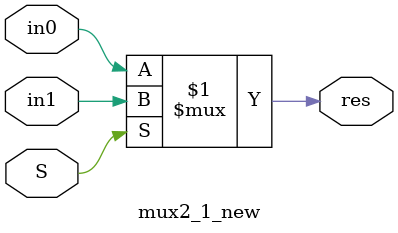
<source format=v>
module mux2_1_new(res, in0, in1, S);

    output res;
    input in0, in1;
    input S;

    wire S_n;

    assign res = S ? in1:in0;

endmodule
</source>
